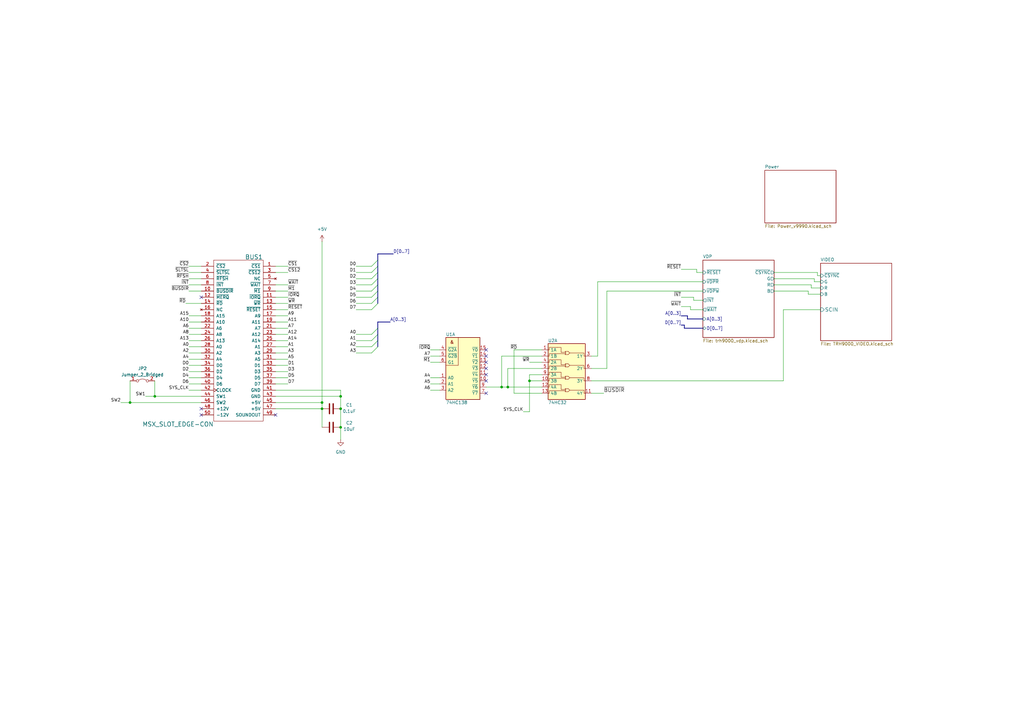
<source format=kicad_sch>
(kicad_sch (version 20231120) (generator "eeschema") (generator_version "8.0")
  (paper "A3")
  (title_block (title "TRH9000") (date "2024-03-19") (rev "1.6") (company "The Retro Hacker") (comment 2 "Shared under CERN-OHL-S license") (comment 3 "TRH9000 - Open Source MSX Graphics Card based on the Yamaha V9990") (comment 4 "Designed  by: Cristiano Goncalves"))
  (lib_symbols
    (symbol "Device:C" (pin_numbers hide) (pin_names (offset 0.254))
      (property "Reference" "C" (at 0.635 2.54 0))
      (property "Value" "C" (at 0.635 -2.54 0))
      (symbol "C_0_1"
        (polyline (pts (xy -2.032 -0.762) (xy 2.032 -0.762)) (stroke (width 0.508)))
        (polyline (pts (xy -2.032 0.762) (xy 2.032 0.762)) (stroke (width 0.508)))
      )
      (symbol "C_1_1"
        (pin passive line (at 0 3.81 270) (length 2.794) (name "~") (number "1"))
        (pin passive line (at 0 -3.81 90) (length 2.794) (name "~") (number "2"))
      )
    )
    (symbol "Jumper:Jumper_2_Bridged" (pin_names (offset 0) hide)
      (property "Reference" "JP" (at 0 1.905 0))
      (property "Value" "Jumper_2_Bridged" (at 0 -2.54 0))
      (symbol "Jumper_2_Bridged_0_0"
        (circle (center -2.032 0) (radius 0.508))
        (circle (center 2.032 0) (radius 0.508))
      )
      (symbol "Jumper_2_Bridged_0_1"
        (arc (start 1.524 0.254) (mid 0 0.762) (end -1.524 0.254))
      )
      (symbol "Jumper_2_Bridged_1_1"
        (pin passive line (at -5.08 0 0) (length 2.54) (name "A") (number "1"))
        (pin passive line (at 5.08 0 180) (length 2.54) (name "B") (number "2"))
      )
    )
    (symbol "TRH9000:74VHC138" (pin_names (offset 0.762))
      (property "Reference" "U1" (at -6.35 13.97 0))
      (property "Value" "74VHC138" (at -6.35 -13.97 0))
      (symbol "74VHC138_1_0"
        (polyline (pts (xy -1.27 12.7) (xy -1.27 1.27) (xy -6.35 1.27) (xy -6.35 1.27)))
        (text "&" (at -3.81 10.795 0) (effects (font (size 1.27 1.27))))
      )
      (symbol "74VHC138_1_1"
        (rectangle (start -6.35 12.7) (end 7.62 -12.7) (stroke (width 0.254)) (fill (type background)))
        (pin input line (at -8.89 -3.81 0) (length 2.54) (name "A0") (number "1"))
        (pin output line (at 10.16 -5.08 180) (length 2.54) (name "~{Y5}") (number "10"))
        (pin output line (at 10.16 -2.54 180) (length 2.54) (name "~{Y4}") (number "11"))
        (pin output line (at 10.16 0 180) (length 2.54) (name "~{Y3}") (number "12"))
        (pin output line (at 10.16 2.54 180) (length 2.54) (name "~{Y2}") (number "13"))
        (pin output line (at 10.16 5.08 180) (length 2.54) (name "~{Y1}") (number "14"))
        (pin output line (at 10.16 7.62 180) (length 2.54) (name "~{Y0}") (number "15"))
        (pin input line (at -8.89 -6.35 0) (length 2.54) (name "A1") (number "2"))
        (pin input line (at -8.89 -8.89 0) (length 2.54) (name "A2") (number "3"))
        (pin input line (at -8.89 7.62 0) (length 2.54) (name "~{G2A}") (number "4"))
        (pin input line (at -8.89 5.08 0) (length 2.54) (name "~{G2B}") (number "5"))
        (pin input line (at -8.89 2.54 0) (length 2.54) (name "G1") (number "6"))
        (pin output line (at 10.16 -10.16 180) (length 2.54) (name "~{Y7}") (number "7"))
        (pin output line (at 10.16 -7.62 180) (length 2.54) (name "~{Y6}") (number "9"))
      )
      (symbol "74VHC138_2_0"
        (rectangle (start -2.54 5.08) (end 2.54 -5.08) (stroke (width 0.254)) (fill (type background)))
        (pin power_in line (at 0 7.62 270) (length 2.54) (name "VCC") (number "16"))
      )
      (symbol "74VHC138_2_1"
        (pin power_in line (at 0 -7.62 90) (length 2.54) (name "GND") (number "8"))
      )
    )
    (symbol "TRH9000:MSX_SLOT_EDGE-CON" (pin_names (offset 1.016)) (in_bom no)
      (property "Reference" "BUS1" (at -6.35 34.29 0))
      (property "Value" "MSX_SLOT_EDGE-CON" (at 10.16 -34.29 0))
      (symbol "MSX_SLOT_EDGE-CON_0_1"
        (rectangle (start -10.16 -33.02) (end 10.16 33.02))
      )
      (symbol "MSX_SLOT_EDGE-CON_1_1"
        (pin output line (at -15.24 30.48 0) (length 5.08) (name "~{CS1}") (number "1"))
        (pin bidirectional line (at 15.24 20.32 180) (length 5.08) (name "~{BUSDIR}") (number "10"))
        (pin output line (at -15.24 17.78 0) (length 5.08) (name "~{IORQ}") (number "11"))
        (pin input line (at 15.24 17.78 180) (length 5.08) (name "~{MERQ}") (number "12"))
        (pin output line (at -15.24 15.24 0) (length 5.08) (name "~{WR}") (number "13"))
        (pin output line (at 15.24 15.24 180) (length 5.08) (name "~{RD}") (number "14"))
        (pin output line (at -15.24 12.7 0) (length 5.08) (name "~{RESET}") (number "15"))
        (pin no_connect line (at 15.24 12.7 180) (length 5.08) (name "NC") (number "16"))
        (pin output line (at -15.24 10.16 0) (length 5.08) (name "A9") (number "17"))
        (pin output line (at 15.24 10.16 180) (length 5.08) (name "A15") (number "18"))
        (pin output line (at -15.24 7.62 0) (length 5.08) (name "A11") (number "19"))
        (pin output line (at 15.24 30.48 180) (length 5.08) (name "~{CS2}") (number "2"))
        (pin output line (at 15.24 7.62 180) (length 5.08) (name "A10") (number "20"))
        (pin output line (at -15.24 5.08 0) (length 5.08) (name "A7") (number "21"))
        (pin output line (at 15.24 5.08 180) (length 5.08) (name "A6") (number "22"))
        (pin output line (at -15.24 2.54 0) (length 5.08) (name "A12") (number "23"))
        (pin output line (at 15.24 2.54 180) (length 5.08) (name "A8") (number "24"))
        (pin output line (at -15.24 0 0) (length 5.08) (name "A14") (number "25"))
        (pin output line (at 15.24 0 180) (length 5.08) (name "A13") (number "26"))
        (pin output line (at -15.24 -2.54 0) (length 5.08) (name "A1") (number "27"))
        (pin output line (at 15.24 -2.54 180) (length 5.08) (name "A0") (number "28"))
        (pin output line (at -15.24 -5.08 0) (length 5.08) (name "A3") (number "29"))
        (pin output line (at -15.24 27.94 0) (length 5.08) (name "~{CS12}") (number "3"))
        (pin output line (at 15.24 -5.08 180) (length 5.08) (name "A2") (number "30"))
        (pin output line (at -15.24 -7.62 0) (length 5.08) (name "A5") (number "31"))
        (pin output line (at 15.24 -7.62 180) (length 5.08) (name "A4") (number "32"))
        (pin tri_state line (at -15.24 -10.16 0) (length 5.08) (name "D1") (number "33"))
        (pin tri_state line (at 15.24 -10.16 180) (length 5.08) (name "D0") (number "34"))
        (pin tri_state line (at -15.24 -12.7 0) (length 5.08) (name "D3") (number "35"))
        (pin tri_state line (at 15.24 -12.7 180) (length 5.08) (name "D2~{}") (number "36"))
        (pin tri_state line (at -15.24 -15.24 0) (length 5.08) (name "D5") (number "37"))
        (pin tri_state line (at 15.24 -15.24 180) (length 5.08) (name "D4") (number "38"))
        (pin tri_state line (at -15.24 -17.78 0) (length 5.08) (name "D7") (number "39"))
        (pin output line (at 15.24 27.94 180) (length 5.08) (name "~{SLTSL}") (number "4"))
        (pin tri_state line (at 15.24 -17.78 180) (length 5.08) (name "D6") (number "40"))
        (pin power_in line (at -15.24 -20.32 0) (length 5.08) (name "GND") (number "41"))
        (pin output clock (at 15.24 -20.32 180) (length 5.08) (name "CLOCK") (number "42"))
        (pin power_in line (at -15.24 -22.86 0) (length 5.08) (name "GND") (number "43"))
        (pin passive line (at 15.24 -22.86 180) (length 5.08) (name "SW1") (number "44"))
        (pin power_in line (at -15.24 -25.4 0) (length 5.08) (name "+5V") (number "45"))
        (pin passive line (at 15.24 -25.4 180) (length 5.08) (name "SW2") (number "46"))
        (pin power_in line (at -15.24 -27.94 0) (length 5.08) (name "+5V") (number "47"))
        (pin power_in line (at 15.24 -27.94 180) (length 5.08) (name "+12V") (number "48"))
        (pin output line (at -15.24 -30.48 0) (length 5.08) (name "SOUNDOUT") (number "49"))
        (pin no_connect line (at -15.24 25.4 0) (length 5.08) (name "NC") (number "5"))
        (pin power_in line (at 15.24 -30.48 180) (length 5.08) (name "-12V") (number "50"))
        (pin output line (at 15.24 25.4 180) (length 5.08) (name "~{RFSH}") (number "6"))
        (pin input line (at -15.24 22.86 0) (length 5.08) (name "~{WAIT}") (number "7"))
        (pin open_collector line (at 15.24 22.86 180) (length 5.08) (name "~{INT}") (number "8"))
        (pin output line (at -15.24 20.32 0) (length 5.08) (name "~{M1}") (number "9"))
      )
    )
    (symbol "TRH9000:T.I_SN74AHCT32D" (pin_names (offset 1))
      (property "Reference" "U5" (at -22.86 17.78 0))
      (property "Value" "T.I_SN74AHCT32D" (at -22.86 15.24 0))
      (symbol "T.I_SN74AHCT32D_1_1"
        (rectangle (start -7.62 12.7) (end 7.62 -10.16) (stroke (width 0.254)) (fill (type background)))
        (arc (start -0.635 -6.985) (mid -0.372 -6.35) (end -0.635 -5.715))
        (arc (start -0.635 -1.905) (mid -0.372 -1.27) (end -0.635 -0.635))
        (arc (start -0.635 3.175) (mid -0.372 3.81) (end -0.635 4.445))
        (arc (start -0.635 8.255) (mid -0.372 8.89) (end -0.635 9.525))
        (polyline (pts (xy -0.635 -6.604) (xy -0.508 -6.604)))
        (polyline (pts (xy -0.635 -6.096) (xy -0.508 -6.096)))
        (polyline (pts (xy -0.635 -1.524) (xy -0.508 -1.524)))
        (polyline (pts (xy -0.635 -1.016) (xy -0.508 -1.016)))
        (polyline (pts (xy -0.635 3.556) (xy -0.508 3.556)))
        (polyline (pts (xy -0.635 4.064) (xy -0.508 4.064)))
        (polyline (pts (xy -0.635 8.636) (xy -0.508 8.636)))
        (polyline (pts (xy -0.635 9.144) (xy -0.508 9.144)))
        (polyline (pts (xy 0.635 -6.985) (xy -0.635 -6.985)))
        (polyline (pts (xy 0.635 -5.715) (xy -0.635 -5.715)))
        (polyline (pts (xy 0.635 -1.905) (xy -0.635 -1.905)))
        (polyline (pts (xy 0.635 -0.635) (xy -0.635 -0.635)))
        (polyline (pts (xy 0.635 3.175) (xy -0.635 3.175)))
        (polyline (pts (xy 0.635 4.445) (xy -0.635 4.445)))
        (polyline (pts (xy 0.635 8.255) (xy -0.635 8.255)))
        (polyline (pts (xy 0.635 9.525) (xy -0.635 9.525)))
        (polyline (pts (xy 0.635 -5.715) (xy 1.27 -6.35) (xy 0.635 -6.985)))
        (polyline (pts (xy 0.635 -0.635) (xy 1.27 -1.27) (xy 0.635 -1.905)))
        (polyline (pts (xy 0.635 4.445) (xy 1.27 3.81) (xy 0.635 3.175)))
        (polyline (pts (xy 0.635 9.525) (xy 1.27 8.89) (xy 0.635 8.255)))
        (polyline (pts (xy -0.635 -6.096) (xy -2.286 -6.096) (xy -2.286 -4.064) (xy -3.81 -4.064)))
        (polyline (pts (xy -0.635 -1.016) (xy -2.286 -1.016) (xy -2.286 1.016) (xy -3.81 1.016)))
        (polyline (pts (xy -0.635 4.064) (xy -2.286 4.064) (xy -2.286 6.096) (xy -3.81 6.096)))
        (polyline (pts (xy -0.635 9.144) (xy -2.286 9.144) (xy -2.286 11.176) (xy -3.81 11.176)))
        (polyline (pts (xy -3.81 -4.064) (xy -3.81 -4.064) (xy -7.112 -4.064) (xy -7.112 -5.08) (xy -7.62 -5.08)))
        (polyline (pts (xy -3.81 1.016) (xy -3.81 1.016) (xy -7.112 1.016) (xy -7.112 0) (xy -7.62 0)))
        (polyline (pts (xy -3.81 6.096) (xy -3.81 6.096) (xy -7.112 6.096) (xy -7.112 5.08) (xy -7.62 5.08)))
        (polyline (pts (xy -3.81 11.176) (xy -3.81 11.176) (xy -7.112 11.176) (xy -7.112 10.16) (xy -7.62 10.16)))
        (polyline (pts (xy -0.635 -6.604) (xy -3.81 -6.604) (xy -7.112 -6.604) (xy -7.112 -7.62) (xy -7.62 -7.62)))
        (polyline (pts (xy -0.635 -1.524) (xy -3.81 -1.524) (xy -7.112 -1.524) (xy -7.112 -2.54) (xy -7.62 -2.54)))
        (polyline (pts (xy -0.635 3.556) (xy -3.81 3.556) (xy -7.112 3.556) (xy -7.112 2.54) (xy -7.62 2.54)))
        (polyline (pts (xy -0.635 8.636) (xy -3.81 8.636) (xy -7.112 8.636) (xy -7.112 7.62) (xy -7.62 7.62)))
        (polyline (pts (xy 1.27 -6.35) (xy 3.81 -6.35) (xy 7.112 -6.35) (xy 7.112 -7.62) (xy 7.62 -7.62)))
        (polyline (pts (xy 1.27 -1.27) (xy 3.81 -1.27) (xy 7.112 -1.27) (xy 7.112 -2.54) (xy 7.62 -2.54)))
        (polyline (pts (xy 1.27 3.81) (xy 3.81 3.81) (xy 7.112 3.81) (xy 7.112 2.54) (xy 7.62 2.54)))
        (polyline (pts (xy 1.27 8.89) (xy 3.81 8.89) (xy 7.112 8.89) (xy 7.112 7.62) (xy 7.62 7.62)))
        (pin input line (at -10.16 10.16 0) (length 2.54) (name "1A") (number "1"))
        (pin input line (at -10.16 -2.54 0) (length 2.54) (name "3B") (number "10"))
        (pin output line (at 10.16 -7.62 180) (length 2.54) (name "4Y") (number "11"))
        (pin input line (at -10.16 -5.08 0) (length 2.54) (name "4A") (number "12"))
        (pin input line (at -10.16 -7.62 0) (length 2.54) (name "4B") (number "13"))
        (pin input line (at -10.16 7.62 0) (length 2.54) (name "1B") (number "2"))
        (pin output line (at 10.16 7.62 180) (length 2.54) (name "1Y") (number "3"))
        (pin input line (at -10.16 5.08 0) (length 2.54) (name "2A") (number "4"))
        (pin input line (at -10.16 2.54 0) (length 2.54) (name "2B") (number "5"))
        (pin output line (at 10.16 2.54 180) (length 2.54) (name "2Y") (number "6"))
        (pin output line (at 10.16 -2.54 180) (length 2.54) (name "3Y") (number "8"))
        (pin input line (at -10.16 0 0) (length 2.54) (name "3A") (number "9"))
      )
      (symbol "T.I_SN74AHCT32D_2_0"
        (text "GND" (at 0 -1.27 0) (effects (font (size 1.27 1.27))))
        (text "VCC" (at 0 1.27 0) (effects (font (size 1.27 1.27))))
      )
      (symbol "T.I_SN74AHCT32D_2_1"
        (rectangle (start -2.54 2.54) (end 2.54 -2.54) (fill (type background)))
        (pin power_in line (at 0 5.08 270) (length 2.54) (name "VCC") (number "14"))
        (pin power_in line (at 0 -5.08 90) (length 2.54) (name "GND") (number "7"))
      )
    )
    (symbol "power:+5V" (power) (pin_numbers hide) (pin_names (offset 0) hide)
      (property "Value" "+5V" (at 0 3.556 0))
      (symbol "+5V_0_1"
        (polyline (pts (xy -0.762 1.27) (xy 0 2.54)))
        (polyline (pts (xy 0 0) (xy 0 2.54)))
        (polyline (pts (xy 0 2.54) (xy 0.762 1.27)))
      )
      (symbol "+5V_1_1"
        (pin power_in line (at 0 0 90) (length 0) (name "~") (number "1"))
      )
    )
    (symbol "power:GND" (power) (pin_numbers hide) (pin_names (offset 0) hide)
      (property "Value" "GND" (at 0 -3.81 0))
      (symbol "GND_0_1"
        (polyline (pts (xy 0 0) (xy 0 -1.27) (xy 1.27 -1.27) (xy 0 -2.54) (xy -1.27 -1.27) (xy 0 -1.27)))
      )
      (symbol "GND_1_1"
        (pin power_in line (at 0 0 270) (length 0) (name "~") (number "1"))
      )
    )
  )
  (junction (at 139.7 175.26))
  (junction (at 139.7 167.64))
  (junction (at 132.08 167.64))
  (junction (at 205.74 158.75))
  (junction (at 132.08 165.1))
  (junction (at 53.34 165.1))
  (junction (at 63.5 162.56))
  (junction (at 208.28 158.75))
  (junction (at 217.17 156.21))
  (junction (at 139.7 162.56))
  (no_connect (at 82.55 121.92))
  (no_connect (at 199.39 151.13))
  (no_connect (at 199.39 161.29))
  (no_connect (at 199.39 143.51))
  (no_connect (at 199.39 146.05))
  (no_connect (at 199.39 153.67))
  (no_connect (at 199.39 156.21))
  (no_connect (at 199.39 148.59))
  (no_connect (at 82.55 167.64))
  (no_connect (at 82.55 170.18))
  (no_connect (at 113.03 170.18))
  (bus_entry (at 154.94 139.7) (size -2.54 2.54))
  (bus_entry (at 154.94 114.3) (size -2.54 2.54))
  (bus_entry (at 154.94 134.62) (size -2.54 2.54))
  (bus_entry (at 154.94 121.92) (size -2.54 2.54))
  (bus_entry (at 154.94 106.68) (size -2.54 2.54))
  (bus_entry (at 154.94 116.84) (size -2.54 2.54))
  (bus_entry (at 154.94 119.38) (size -2.54 2.54))
  (bus_entry (at 154.94 111.76) (size -2.54 2.54))
  (bus_entry (at 154.94 142.24) (size -2.54 2.54))
  (bus_entry (at 154.94 124.46) (size -2.54 2.54))
  (bus_entry (at 154.94 137.16) (size -2.54 2.54))
  (bus_entry (at 154.94 109.22) (size -2.54 2.54))
  (wire (pts (xy 113.03 157.48) (xy 118.11 157.48)))
  (wire (pts (xy 245.11 115.57) (xy 245.11 146.05)))
  (wire (pts (xy 214.63 168.91) (xy 217.17 168.91)))
  (wire (pts (xy 59.69 162.56) (xy 63.5 162.56)))
  (wire (pts (xy 242.57 146.05) (xy 245.11 146.05)))
  (wire (pts (xy 113.03 132.08) (xy 118.11 132.08)))
  (wire (pts (xy 205.74 146.05) (xy 222.25 146.05)))
  (wire (pts (xy 49.53 165.1) (xy 53.34 165.1)))
  (wire (pts (xy 113.03 134.62) (xy 118.11 134.62)))
  (wire (pts (xy 205.74 158.75) (xy 208.28 158.75)))
  (wire (pts (xy 113.03 165.1) (xy 132.08 165.1)))
  (bus (pts (xy 154.94 109.22) (xy 154.94 111.76)))
  (wire (pts (xy 77.47 149.86) (xy 82.55 149.86)))
  (bus (pts (xy 154.94 121.92) (xy 154.94 124.46)))
  (wire (pts (xy 113.03 142.24) (xy 118.11 142.24)))
  (wire (pts (xy 113.03 152.4) (xy 118.11 152.4)))
  (wire (pts (xy 113.03 147.32) (xy 118.11 147.32)))
  (wire (pts (xy 146.05 124.46) (xy 152.4 124.46)))
  (wire (pts (xy 283.21 125.73) (xy 279.4 125.73)))
  (wire (pts (xy 334.01 115.57) (xy 334.01 114.3)))
  (wire (pts (xy 285.75 111.76) (xy 288.29 111.76)))
  (wire (pts (xy 146.05 111.76) (xy 152.4 111.76)))
  (wire (pts (xy 146.05 109.22) (xy 152.4 109.22)))
  (wire (pts (xy 113.03 162.56) (xy 139.7 162.56)))
  (wire (pts (xy 284.48 121.92) (xy 279.4 121.92)))
  (bus (pts (xy 281.94 130.81) (xy 288.29 130.81)))
  (wire (pts (xy 146.05 127) (xy 152.4 127)))
  (wire (pts (xy 248.92 151.13) (xy 242.57 151.13)))
  (wire (pts (xy 217.17 168.91) (xy 217.17 156.21)))
  (wire (pts (xy 331.47 120.65) (xy 331.47 119.38)))
  (wire (pts (xy 139.7 167.64) (xy 139.7 175.26)))
  (wire (pts (xy 113.03 116.84) (xy 118.11 116.84)))
  (wire (pts (xy 77.47 137.16) (xy 82.55 137.16)))
  (wire (pts (xy 208.28 151.13) (xy 208.28 158.75)))
  (bus (pts (xy 154.94 132.08) (xy 154.94 134.62)))
  (wire (pts (xy 146.05 144.78) (xy 152.4 144.78)))
  (wire (pts (xy 331.47 119.38) (xy 317.5 119.38)))
  (bus (pts (xy 154.94 114.3) (xy 154.94 116.84)))
  (bus (pts (xy 161.29 104.14) (xy 154.94 104.14)))
  (bus (pts (xy 154.94 106.68) (xy 154.94 109.22)))
  (bus (pts (xy 154.94 116.84) (xy 154.94 119.38)))
  (wire (pts (xy 331.47 120.65) (xy 336.55 120.65)))
  (wire (pts (xy 77.47 139.7) (xy 82.55 139.7)))
  (wire (pts (xy 146.05 142.24) (xy 152.4 142.24)))
  (wire (pts (xy 217.17 153.67) (xy 222.25 153.67)))
  (wire (pts (xy 77.47 157.48) (xy 82.55 157.48)))
  (wire (pts (xy 284.48 123.19) (xy 284.48 121.92)))
  (wire (pts (xy 77.47 109.22) (xy 82.55 109.22)))
  (wire (pts (xy 176.53 146.05) (xy 180.34 146.05)))
  (wire (pts (xy 245.11 115.57) (xy 288.29 115.57)))
  (wire (pts (xy 176.53 154.94) (xy 180.34 154.94)))
  (wire (pts (xy 176.53 160.02) (xy 180.34 160.02)))
  (bus (pts (xy 281.94 130.81) (xy 281.94 129.54)))
  (bus (pts (xy 154.94 139.7) (xy 154.94 142.24)))
  (wire (pts (xy 288.29 119.38) (xy 248.92 119.38)))
  (wire (pts (xy 63.5 156.21) (xy 63.5 162.56)))
  (wire (pts (xy 113.03 149.86) (xy 118.11 149.86)))
  (wire (pts (xy 146.05 137.16) (xy 152.4 137.16)))
  (wire (pts (xy 53.34 156.21) (xy 53.34 165.1)))
  (wire (pts (xy 113.03 127) (xy 118.11 127)))
  (wire (pts (xy 77.47 147.32) (xy 82.55 147.32)))
  (wire (pts (xy 132.08 99.06) (xy 132.08 165.1)))
  (wire (pts (xy 113.03 139.7) (xy 118.11 139.7)))
  (wire (pts (xy 285.75 111.76) (xy 285.75 110.49)))
  (wire (pts (xy 77.47 129.54) (xy 82.55 129.54)))
  (wire (pts (xy 77.47 154.94) (xy 82.55 154.94)))
  (wire (pts (xy 210.82 143.51) (xy 222.25 143.51)))
  (wire (pts (xy 63.5 162.56) (xy 82.55 162.56)))
  (wire (pts (xy 247.65 161.29) (xy 242.57 161.29)))
  (wire (pts (xy 248.92 119.38) (xy 248.92 151.13)))
  (wire (pts (xy 113.03 111.76) (xy 118.11 111.76)))
  (wire (pts (xy 77.47 114.3) (xy 82.55 114.3)))
  (wire (pts (xy 335.28 113.03) (xy 335.28 111.76)))
  (wire (pts (xy 77.47 134.62) (xy 82.55 134.62)))
  (wire (pts (xy 113.03 144.78) (xy 118.11 144.78)))
  (wire (pts (xy 113.03 154.94) (xy 118.11 154.94)))
  (wire (pts (xy 217.17 153.67) (xy 217.17 156.21)))
  (wire (pts (xy 334.01 114.3) (xy 317.5 114.3)))
  (wire (pts (xy 113.03 119.38) (xy 118.11 119.38)))
  (wire (pts (xy 113.03 167.64) (xy 132.08 167.64)))
  (wire (pts (xy 132.08 167.64) (xy 132.08 175.26)))
  (wire (pts (xy 283.21 127) (xy 283.21 125.73)))
  (bus (pts (xy 280.67 134.62) (xy 288.29 134.62)))
  (wire (pts (xy 113.03 124.46) (xy 118.11 124.46)))
  (wire (pts (xy 77.47 144.78) (xy 82.55 144.78)))
  (wire (pts (xy 284.48 123.19) (xy 288.29 123.19)))
  (wire (pts (xy 217.17 156.21) (xy 222.25 156.21)))
  (bus (pts (xy 280.67 134.62) (xy 280.67 133.35)))
  (wire (pts (xy 146.05 119.38) (xy 152.4 119.38)))
  (wire (pts (xy 199.39 158.75) (xy 205.74 158.75)))
  (wire (pts (xy 335.28 111.76) (xy 317.5 111.76)))
  (wire (pts (xy 210.82 161.29) (xy 222.25 161.29)))
  (bus (pts (xy 154.94 137.16) (xy 154.94 139.7)))
  (wire (pts (xy 76.2 124.46) (xy 82.55 124.46)))
  (wire (pts (xy 321.31 127) (xy 321.31 156.21)))
  (wire (pts (xy 321.31 127) (xy 336.55 127)))
  (wire (pts (xy 139.7 175.26) (xy 139.7 180.34)))
  (bus (pts (xy 154.94 111.76) (xy 154.94 114.3)))
  (wire (pts (xy 113.03 129.54) (xy 118.11 129.54)))
  (wire (pts (xy 77.47 132.08) (xy 82.55 132.08)))
  (wire (pts (xy 332.74 118.11) (xy 336.55 118.11)))
  (wire (pts (xy 332.74 118.11) (xy 332.74 116.84)))
  (wire (pts (xy 334.01 115.57) (xy 336.55 115.57)))
  (wire (pts (xy 77.47 111.76) (xy 82.55 111.76)))
  (wire (pts (xy 217.17 148.59) (xy 222.25 148.59)))
  (bus (pts (xy 154.94 104.14) (xy 154.94 106.68)))
  (wire (pts (xy 210.82 143.51) (xy 210.82 161.29)))
  (wire (pts (xy 283.21 127) (xy 288.29 127)))
  (wire (pts (xy 113.03 109.22) (xy 118.11 109.22)))
  (wire (pts (xy 176.53 148.59) (xy 180.34 148.59)))
  (wire (pts (xy 146.05 116.84) (xy 152.4 116.84)))
  (wire (pts (xy 77.47 116.84) (xy 82.55 116.84)))
  (wire (pts (xy 208.28 158.75) (xy 222.25 158.75)))
  (wire (pts (xy 205.74 146.05) (xy 205.74 158.75)))
  (wire (pts (xy 242.57 156.21) (xy 321.31 156.21)))
  (wire (pts (xy 146.05 114.3) (xy 152.4 114.3)))
  (wire (pts (xy 77.47 160.02) (xy 82.55 160.02)))
  (wire (pts (xy 332.74 116.84) (xy 317.5 116.84)))
  (wire (pts (xy 77.47 152.4) (xy 82.55 152.4)))
  (wire (pts (xy 139.7 162.56) (xy 139.7 167.64)))
  (bus (pts (xy 281.94 129.54) (xy 279.4 129.54)))
  (bus (pts (xy 154.94 137.16) (xy 154.94 134.62)))
  (wire (pts (xy 146.05 139.7) (xy 152.4 139.7)))
  (wire (pts (xy 113.03 137.16) (xy 118.11 137.16)))
  (wire (pts (xy 139.7 160.02) (xy 139.7 162.56)))
  (wire (pts (xy 53.34 165.1) (xy 82.55 165.1)))
  (bus (pts (xy 154.94 119.38) (xy 154.94 121.92)))
  (wire (pts (xy 208.28 151.13) (xy 222.25 151.13)))
  (wire (pts (xy 77.47 142.24) (xy 82.55 142.24)))
  (wire (pts (xy 113.03 160.02) (xy 139.7 160.02)))
  (wire (pts (xy 132.08 165.1) (xy 132.08 167.64)))
  (bus (pts (xy 280.67 133.35) (xy 279.4 133.35)))
  (wire (pts (xy 285.75 110.49) (xy 279.4 110.49)))
  (wire (pts (xy 176.53 157.48) (xy 180.34 157.48)))
  (bus (pts (xy 154.94 132.08) (xy 160.02 132.08)))
  (wire (pts (xy 146.05 121.92) (xy 152.4 121.92)))
  (wire (pts (xy 335.28 113.03) (xy 336.55 113.03)))
  (wire (pts (xy 77.47 119.38) (xy 82.55 119.38)))
  (wire (pts (xy 176.53 143.51) (xy 180.34 143.51)))
  (wire (pts (xy 113.03 121.92) (xy 118.11 121.92)))
  (label "~{WAIT}" (at 118.11 116.84 0))
  (label "~{RESET}" (at 279.4 110.49 180))
  (label "A7" (at 118.11 134.62 0))
  (label "SYS_CLK" (at 77.47 160.02 180))
  (label "SYS_CLK" (at 214.63 168.91 180))
  (label "~{WR}" (at 217.17 148.59 180))
  (label "A2" (at 146.05 142.24 180))
  (label "~{M1}" (at 176.53 148.59 180))
  (label "D5" (at 118.11 154.94 0))
  (label "A8" (at 77.47 137.16 180))
  (label "A3" (at 146.05 144.78 180))
  (label "A0" (at 146.05 137.16 180))
  (label "A6" (at 176.53 160.02 180))
  (label "A9" (at 118.11 129.54 0))
  (label "~{RD}" (at 212.09 143.51 180))
  (label "A5" (at 118.11 147.32 0))
  (label "A2" (at 77.47 144.78 180))
  (label "A6" (at 77.47 134.62 180))
  (label "A[0..3]" (at 160.02 132.08 0))
  (label "~{BUSDIR}" (at 247.65 161.29 0) (effects (font (size 1.524 1.524))))
  (label "~{RD}" (at 76.2 124.46 180))
  (label "~{RFSH}" (at 77.47 114.3 180))
  (label "D7" (at 146.05 127 180))
  (label "D[0..7]" (at 161.29 104.14 0))
  (label "A[0..3]" (at 279.4 129.54 180))
  (label "~{CS1}" (at 118.11 109.22 0))
  (label "A1" (at 146.05 139.7 180))
  (label "~{WR}" (at 118.11 124.46 0))
  (label "~{INT}" (at 77.47 116.84 180))
  (label "A14" (at 118.11 139.7 0))
  (label "A5" (at 176.53 157.48 180))
  (label "D5" (at 146.05 121.92 180))
  (label "~{M1}" (at 118.11 119.38 0))
  (label "A7" (at 176.53 146.05 180))
  (label "A4" (at 176.53 154.94 180))
  (label "A13" (at 77.47 139.7 180))
  (label "~{INT}" (at 279.4 121.92 180))
  (label "~{IORQ}" (at 118.11 121.92 0))
  (label "A11" (at 118.11 132.08 0))
  (label "D4" (at 146.05 119.38 180))
  (label "A4" (at 77.47 147.32 180))
  (label "SW1" (at 59.69 162.56 180))
  (label "D[0..7]" (at 279.4 133.35 180))
  (label "A15" (at 77.47 129.54 180))
  (label "D0" (at 77.47 149.86 180))
  (label "SW2" (at 49.53 165.1 180))
  (label "~{WAIT}" (at 279.4 125.73 180))
  (label "A3" (at 118.11 144.78 0))
  (label "D7" (at 118.11 157.48 0))
  (label "D0" (at 146.05 109.22 180))
  (label "A1" (at 118.11 142.24 0))
  (label "~{CS2}" (at 77.47 109.22 180))
  (label "D2" (at 146.05 114.3 180))
  (label "D6" (at 146.05 124.46 180))
  (label "~{BUSDIR}" (at 77.47 119.38 180))
  (label "D1" (at 146.05 111.76 180))
  (label "D2" (at 77.47 152.4 180))
  (label "D3" (at 118.11 152.4 0))
  (label "~{IORQ}" (at 176.53 143.51 180))
  (label "~{SLTSL}" (at 77.47 111.76 180))
  (label "D3" (at 146.05 116.84 180))
  (label "~{RESET}" (at 118.11 127 0))
  (label "A0" (at 77.47 142.24 180))
  (label "A10" (at 77.47 132.08 180))
  (label "~{CS12}" (at 118.11 111.76 0))
  (label "D1" (at 118.11 149.86 0))
  (label "D6" (at 77.47 157.48 180))
  (label "D4" (at 77.47 154.94 180))
  (label "A12" (at 118.11 137.16 0))
  (symbol (lib_id "Device:C") (at 135.89 175.26 90) (unit 1)
    (property "Reference" "C2" (at 143.256 173.482 90))
    (property "Value" "10uF" (at 143.256 176.022 90))
    (property "Footprint" "Capacitor_SMD:C_0805_2012Metric" (effects (hide yes)))
  )
  (symbol (lib_id "Device:C") (at 135.89 167.64 90) (unit 1)
    (property "Reference" "C1" (at 143.256 166.116 90))
    (property "Value" "0.1uF" (at 143.256 168.656 90))
    (property "Footprint" "Capacitor_SMD:C_0805_2012Metric" (effects (hide yes)))
  )
  (symbol (lib_id "TRH9000:T.I_SN74AHCT32D") (at 232.41 153.67 0) (unit 1)
    (property "Reference" "U2" (at 224.79 139.7 0) (effects (justify left)))
    (property "Value" "74HC32" (at 224.79 165.1 0) (effects (justify left)))
    (property "Footprint" "Package_SO:SO-14_3.9x8.65mm_P1.27mm" (effects (hide yes)))
    (property "Datasheet" "https://www.ti.com/general/docs/suppproductinfo.tsp?distId=10&gotoUrl=https%3A%2F%2Fwww.ti.com%2Flit%2Fgpn%2Fsn74ahct32" (effects (hide yes)))
    (property "Description" "OR Gate, 4 Channel, 14-TVSOP, 7.9nS" (effects (hide yes)))
    (property "MPN" "74HC32" (effects (hide yes)))
    (property "DK_Detail_Page" "https://www.digikey.se/en/products/detail/texas-instruments/SN74AHCT32DGVR/376444" (effects (hide yes)))
    (property "Manufacturer" "Texas Instruments" (effects (hide yes)))
    (property "Status" "Active" (effects (hide yes)))
  )
  (symbol (lib_id "power:GND") (at 139.7 180.34 0) (unit 1)
    (property "Reference" "#PWR02" (effects (hide yes)))
    (property "Value" "GND" (at 139.7 185.42 0))
    (property "Description" "Power symbol creates a global label with name \"GND\" , ground" (effects (hide yes)))
  )
  (symbol (lib_id "Jumper:Jumper_2_Bridged") (at 58.42 156.21 0) (unit 1)
    (property "Reference" "JP2" (at 58.42 151.13 0))
    (property "Value" "Jumper_2_Bridged" (at 58.42 153.67 0))
    (property "Footprint" "Jumper:SolderJumper-2_P1.3mm_Bridged_Pad1.0x1.5mm" (effects (hide yes)))
  )
  (symbol (lib_id "TRH9000:MSX_SLOT_EDGE-CON") (at 97.79 139.7 0) (mirror y) (unit 1) (in_bom no)
    (property "Reference" "BUS1" (at 104.14 105.41 0) (effects (font (size 1.778 1.778))))
    (property "Value" "MSX_SLOT_EDGE-CON" (at 87.63 173.99 0) (effects (font (size 1.778 1.778)) (justify left)))
    (property "Footprint" "trh9000:msx_cartridge" (effects (hide yes)))
    (property "Datasheet" "https://www.msx.org/wiki/MSX_Cartridge_slot#Pinout_of_Standard_MSX_Cartridge_slot" (effects (hide yes)))
    (property "Manufacturer" "n/a" (effects (hide yes)))
    (property "MPN" "n/a" (effects (hide yes)))
  )
  (symbol (lib_id "TRH9000:74VHC138") (at 189.23 151.13 0) (unit 1)
    (property "Reference" "U1" (at 182.88 137.16 0) (effects (justify left)))
    (property "Value" "74HC138" (at 182.88 165.1 0) (effects (justify left)))
    (property "Footprint" "Package_SO:SO-16_3.9x9.9mm_P1.27mm" (effects (hide yes)))
    (property "Datasheet" "https://media.digikey.com/pdf/Data%20Sheets/Toshiba%20PDFs/TC74VHC138F,FN,FT,FK.pdf" (effects (hide yes)))
    (property "MPN" "74HC138" (effects (hide yes)))
    (property "Manufacturer" " Toshiba Semiconductor and Storage" (effects (hide yes)))
  )
  (symbol (lib_id "power:+5V") (at 132.08 99.06 0) (unit 1)
    (property "Reference" "#PWR01" (effects (hide yes)))
    (property "Value" "+5V" (at 132.08 93.98 0))
    (property "Description" "Power symbol creates a global label with name \"+5V\"" (effects (hide yes)))
  )
  (sheet (at 313.69 69.85) (size 29.21 21.59) (stroke (width 0.1524))
    (property "Sheetname" "Power" (at 313.69 69.1384 0) (effects (justify left bottom)))
    (property "Sheetfile" "Power_v9990.kicad_sch" (at 313.69 92.0246 0) (effects (justify left top)))
  )
  (sheet (at 288.29 106.68) (size 29.21 31.75) (stroke (width 0.1524))
    (property "Sheetname" "VDP" (at 288.29 105.9684 0) (effects (justify left bottom)))
    (property "Sheetfile" "trh9000_vdp.kicad_sch" (at 288.29 139.0146 0) (effects (justify left top)))
    (pin "~{RESET}" input (at 288.29 111.76 180))
    (pin "G" output (at 317.5 114.3 0))
    (pin "R" output (at 317.5 116.84 0))
    (pin "B" output (at 317.5 119.38 0))
    (pin "~{VDPR}" input (at 288.29 115.57 180))
    (pin "~{VDPW}" input (at 288.29 119.38 180))
    (pin "~{INT}" output (at 288.29 123.19 180))
    (pin "~{WAIT}" output (at 288.29 127 180))
    (pin "~{CSYNC}" output (at 317.5 111.76 0))
    (pin "D[0..7]" bidirectional (at 288.29 134.62 180))
    (pin "A[0..3]" input (at 288.29 130.81 180))
  )
  (sheet (at 336.55 107.95) (size 29.21 31.75) (stroke (width 0.1524))
    (property "Sheetname" "VIDEO" (at 336.55 107.2384 0) (effects (justify left bottom)))
    (property "Sheetfile" "TRH9000_VIDEO.kicad_sch" (at 336.55 140.2846 0) (effects (justify left top)))
    (pin "~{CSYNC}" input (at 336.55 113.03 180))
    (pin "G" input (at 336.55 115.57 180))
    (pin "B" input (at 336.55 120.65 180))
    (pin "R" input (at 336.55 118.11 180))
    (pin "SCIN" input (at 336.55 127 180) (effects (font (size 1.524 1.524))))
  )
)
</source>
